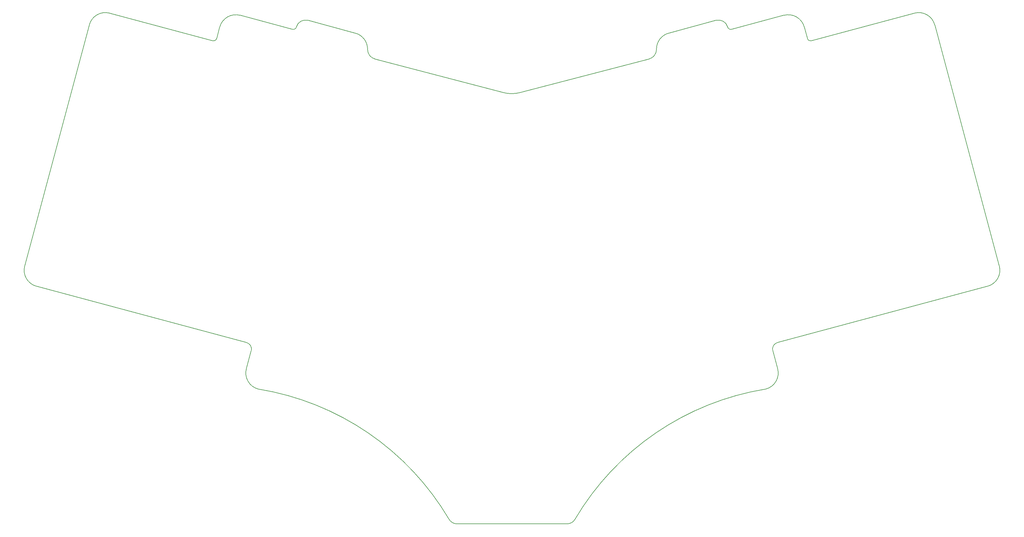
<source format=gbr>
%TF.GenerationSoftware,KiCad,Pcbnew,(5.1.9)-1*%
%TF.CreationDate,2021-03-13T12:52:02-07:00*%
%TF.ProjectId,Pteron56v0,50746572-6f6e-4353-9676-302e6b696361,rev?*%
%TF.SameCoordinates,Original*%
%TF.FileFunction,Profile,NP*%
%FSLAX46Y46*%
G04 Gerber Fmt 4.6, Leading zero omitted, Abs format (unit mm)*
G04 Created by KiCad (PCBNEW (5.1.9)-1) date 2021-03-13 12:52:02*
%MOMM*%
%LPD*%
G01*
G04 APERTURE LIST*
%TA.AperFunction,Profile*%
%ADD10C,0.200000*%
%TD*%
G04 APERTURE END LIST*
D10*
X266582883Y-25534653D02*
G75*
G02*
X272706333Y-29070669I1293717J-4829733D01*
G01*
X104208656Y-39346452D02*
X142742837Y-49435396D01*
X188943244Y-36444279D02*
G75*
G02*
X186703093Y-39346450I-2999994J1D01*
G01*
X56550967Y-33131828D02*
X57472672Y-29710959D01*
X65523588Y-124726652D02*
G75*
G02*
X66961532Y-127196857I-524972J-1959221D01*
G01*
X164408090Y-177960608D02*
G75*
G02*
X221893005Y-138728453I70522102J-41601546D01*
G01*
X98268969Y-31547346D02*
G75*
G02*
X101968499Y-36444275I-1299995J-4828044D01*
G01*
X225422016Y-132580369D02*
G75*
G02*
X221893005Y-138728453I-4823048J-1318433D01*
G01*
X18205425Y-29070672D02*
G75*
G02*
X24328864Y-25534655I4829728J-1293711D01*
G01*
X65489751Y-132580366D02*
X66961532Y-127196857D01*
X65523585Y-124726653D02*
X2290639Y-107783457D01*
X80541201Y-29703620D02*
G75*
G02*
X79315662Y-30409340I-965628J259907D01*
G01*
X164408084Y-177960603D02*
G75*
G02*
X161992386Y-179340262I-2415698J1425040D01*
G01*
X161992386Y-179340262D02*
X128919364Y-179340262D01*
X-1244895Y-101659733D02*
X18205422Y-29070669D01*
X56550968Y-33131826D02*
G75*
G02*
X55326517Y-33837840I-965632J259912D01*
G01*
X24328864Y-25534655D02*
X55326517Y-33837840D01*
X63601880Y-26181739D02*
X79315662Y-30409340D01*
X192642781Y-31547345D02*
X206901158Y-27708134D01*
X223950219Y-127196856D02*
X225422005Y-132580365D01*
X128919360Y-179340263D02*
G75*
G02*
X126503665Y-177960602I3J2804697D01*
G01*
X292156645Y-101659731D02*
G75*
G02*
X288621113Y-107783455I-4829628J-1294096D01*
G01*
X57472664Y-29710955D02*
G75*
G02*
X63601880Y-26181739I4830009J-1301378D01*
G01*
X2290636Y-107783456D02*
G75*
G02*
X-1244895Y-101659733I1294096J4829627D01*
G01*
X206901156Y-27708135D02*
G75*
G02*
X210370540Y-29703622I735941J-2734187D01*
G01*
X147932606Y-49438995D02*
G75*
G02*
X142742837Y-49435396I-2588187J9659260D01*
G01*
X235585235Y-33837842D02*
X266582884Y-25534652D01*
X272706333Y-29070669D02*
X292156648Y-101659734D01*
X235585230Y-33837837D02*
G75*
G02*
X234360785Y-33131826I-258817J965921D01*
G01*
X233439074Y-29710957D02*
X234360785Y-33131826D01*
X69018747Y-138728450D02*
G75*
G02*
X65489751Y-132580366I1294044J4829643D01*
G01*
X84010593Y-27708133D02*
X98268971Y-31547344D01*
X104208660Y-39346451D02*
G75*
G02*
X101968499Y-36444275I759841J2902181D01*
G01*
X288621113Y-107783455D02*
X225388166Y-124726654D01*
X80541208Y-29703623D02*
G75*
G02*
X84010593Y-27708133I2733445J-738699D01*
G01*
X147932601Y-49438994D02*
X186703093Y-39346450D01*
X69018743Y-138728447D02*
G75*
G02*
X126503665Y-177960602I-13037183J-80833709D01*
G01*
X223950224Y-127196857D02*
G75*
G02*
X225388166Y-124726654I1962914J510984D01*
G01*
X188943256Y-36444269D02*
G75*
G02*
X192642781Y-31547345I4999519J68885D01*
G01*
X227309877Y-26181748D02*
G75*
G02*
X233439074Y-29710957I1299201J-4830581D01*
G01*
X211596088Y-30409343D02*
X227309870Y-26181744D01*
X211596086Y-30409345D02*
G75*
G02*
X210370540Y-29703622I-259913J965632D01*
G01*
M02*

</source>
